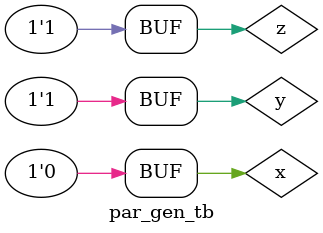
<source format=v>
module par_gen_tb;
	reg x;
	reg y;
	reg z;
	wire result;
	par_gen uut (
		.x(x), 
		.y(y), 
		.z(z), 
		.result(result)
	);

	initial begin
		$dumpfile("waveform.vcd");
		$dumpvars;
x = 0;

y = 0;

z = 0;
#100;
x = 0;

y = 0;

z = 1;
#100;

x = 0;

y = 1;

z = 0;
#100;

x = 0;

y = 1;

z = 1;

end
endmodule

</source>
